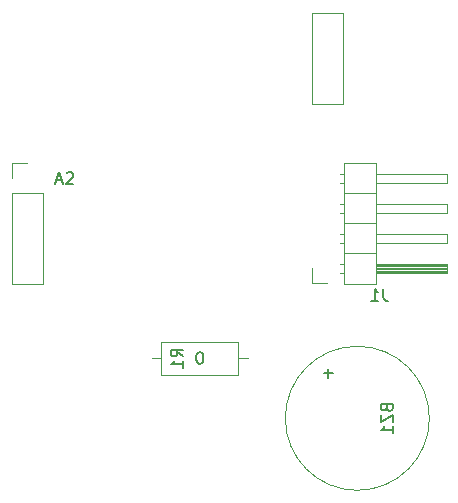
<source format=gbo>
G04 #@! TF.GenerationSoftware,KiCad,Pcbnew,8.0.2*
G04 #@! TF.CreationDate,2024-05-19T16:48:41+02:00*
G04 #@! TF.ProjectId,BulkyModem Module Audio,42756c6b-794d-46f6-9465-6d204d6f6475,rev?*
G04 #@! TF.SameCoordinates,Original*
G04 #@! TF.FileFunction,Legend,Bot*
G04 #@! TF.FilePolarity,Positive*
%FSLAX46Y46*%
G04 Gerber Fmt 4.6, Leading zero omitted, Abs format (unit mm)*
G04 Created by KiCad (PCBNEW 8.0.2) date 2024-05-19 16:48:41*
%MOMM*%
%LPD*%
G01*
G04 APERTURE LIST*
%ADD10C,0.150000*%
%ADD11C,0.120000*%
G04 APERTURE END LIST*
D10*
X137835714Y-93173104D02*
X138311904Y-93173104D01*
X137740476Y-93458819D02*
X138073809Y-92458819D01*
X138073809Y-92458819D02*
X138407142Y-93458819D01*
X138692857Y-92554057D02*
X138740476Y-92506438D01*
X138740476Y-92506438D02*
X138835714Y-92458819D01*
X138835714Y-92458819D02*
X139073809Y-92458819D01*
X139073809Y-92458819D02*
X139169047Y-92506438D01*
X139169047Y-92506438D02*
X139216666Y-92554057D01*
X139216666Y-92554057D02*
X139264285Y-92649295D01*
X139264285Y-92649295D02*
X139264285Y-92744533D01*
X139264285Y-92744533D02*
X139216666Y-92887390D01*
X139216666Y-92887390D02*
X138645238Y-93458819D01*
X138645238Y-93458819D02*
X139264285Y-93458819D01*
X165493333Y-102348819D02*
X165493333Y-103063104D01*
X165493333Y-103063104D02*
X165540952Y-103205961D01*
X165540952Y-103205961D02*
X165636190Y-103301200D01*
X165636190Y-103301200D02*
X165779047Y-103348819D01*
X165779047Y-103348819D02*
X165874285Y-103348819D01*
X164493333Y-103348819D02*
X165064761Y-103348819D01*
X164779047Y-103348819D02*
X164779047Y-102348819D01*
X164779047Y-102348819D02*
X164874285Y-102491676D01*
X164874285Y-102491676D02*
X164969523Y-102586914D01*
X164969523Y-102586914D02*
X165064761Y-102634533D01*
X165786009Y-112433047D02*
X165833628Y-112575904D01*
X165833628Y-112575904D02*
X165881247Y-112623523D01*
X165881247Y-112623523D02*
X165976485Y-112671142D01*
X165976485Y-112671142D02*
X166119342Y-112671142D01*
X166119342Y-112671142D02*
X166214580Y-112623523D01*
X166214580Y-112623523D02*
X166262200Y-112575904D01*
X166262200Y-112575904D02*
X166309819Y-112480666D01*
X166309819Y-112480666D02*
X166309819Y-112099714D01*
X166309819Y-112099714D02*
X165309819Y-112099714D01*
X165309819Y-112099714D02*
X165309819Y-112433047D01*
X165309819Y-112433047D02*
X165357438Y-112528285D01*
X165357438Y-112528285D02*
X165405057Y-112575904D01*
X165405057Y-112575904D02*
X165500295Y-112623523D01*
X165500295Y-112623523D02*
X165595533Y-112623523D01*
X165595533Y-112623523D02*
X165690771Y-112575904D01*
X165690771Y-112575904D02*
X165738390Y-112528285D01*
X165738390Y-112528285D02*
X165786009Y-112433047D01*
X165786009Y-112433047D02*
X165786009Y-112099714D01*
X165309819Y-113004476D02*
X165309819Y-113671142D01*
X165309819Y-113671142D02*
X166309819Y-113004476D01*
X166309819Y-113004476D02*
X166309819Y-113671142D01*
X166309819Y-114575904D02*
X166309819Y-114004476D01*
X166309819Y-114290190D02*
X165309819Y-114290190D01*
X165309819Y-114290190D02*
X165452676Y-114194952D01*
X165452676Y-114194952D02*
X165547914Y-114099714D01*
X165547914Y-114099714D02*
X165595533Y-114004476D01*
X160848866Y-109123048D02*
X160848866Y-109884953D01*
X161229819Y-109504000D02*
X160467914Y-109504000D01*
X148529819Y-108077333D02*
X148053628Y-107744000D01*
X148529819Y-107505905D02*
X147529819Y-107505905D01*
X147529819Y-107505905D02*
X147529819Y-107886857D01*
X147529819Y-107886857D02*
X147577438Y-107982095D01*
X147577438Y-107982095D02*
X147625057Y-108029714D01*
X147625057Y-108029714D02*
X147720295Y-108077333D01*
X147720295Y-108077333D02*
X147863152Y-108077333D01*
X147863152Y-108077333D02*
X147958390Y-108029714D01*
X147958390Y-108029714D02*
X148006009Y-107982095D01*
X148006009Y-107982095D02*
X148053628Y-107886857D01*
X148053628Y-107886857D02*
X148053628Y-107505905D01*
X148529819Y-109029714D02*
X148529819Y-108458286D01*
X148529819Y-108744000D02*
X147529819Y-108744000D01*
X147529819Y-108744000D02*
X147672676Y-108648762D01*
X147672676Y-108648762D02*
X147767914Y-108553524D01*
X147767914Y-108553524D02*
X147815533Y-108458286D01*
X150027618Y-107698819D02*
X149932380Y-107698819D01*
X149932380Y-107698819D02*
X149837142Y-107746438D01*
X149837142Y-107746438D02*
X149789523Y-107794057D01*
X149789523Y-107794057D02*
X149741904Y-107889295D01*
X149741904Y-107889295D02*
X149694285Y-108079771D01*
X149694285Y-108079771D02*
X149694285Y-108317866D01*
X149694285Y-108317866D02*
X149741904Y-108508342D01*
X149741904Y-108508342D02*
X149789523Y-108603580D01*
X149789523Y-108603580D02*
X149837142Y-108651200D01*
X149837142Y-108651200D02*
X149932380Y-108698819D01*
X149932380Y-108698819D02*
X150027618Y-108698819D01*
X150027618Y-108698819D02*
X150122856Y-108651200D01*
X150122856Y-108651200D02*
X150170475Y-108603580D01*
X150170475Y-108603580D02*
X150218094Y-108508342D01*
X150218094Y-108508342D02*
X150265713Y-108317866D01*
X150265713Y-108317866D02*
X150265713Y-108079771D01*
X150265713Y-108079771D02*
X150218094Y-107889295D01*
X150218094Y-107889295D02*
X150170475Y-107794057D01*
X150170475Y-107794057D02*
X150122856Y-107746438D01*
X150122856Y-107746438D02*
X150027618Y-107698819D01*
D11*
X134045000Y-91674000D02*
X135375000Y-91674000D01*
X134045000Y-93004000D02*
X134045000Y-91674000D01*
X134045000Y-94274000D02*
X134045000Y-101954000D01*
X134045000Y-94274000D02*
X136705000Y-94274000D01*
X134045000Y-101954000D02*
X136705000Y-101954000D01*
X136705000Y-94274000D02*
X136705000Y-101954000D01*
X159445000Y-78974000D02*
X159445000Y-86714000D01*
X159445000Y-78974000D02*
X162105000Y-78974000D01*
X159445000Y-86714000D02*
X162105000Y-86714000D01*
X162105000Y-78974000D02*
X162105000Y-86714000D01*
X159505000Y-101894000D02*
X159505000Y-100624000D01*
X160775000Y-101894000D02*
X159505000Y-101894000D01*
X162215000Y-91674000D02*
X162215000Y-101954000D01*
X162215000Y-92624000D02*
X161817929Y-92624000D01*
X162215000Y-93384000D02*
X161817929Y-93384000D01*
X162215000Y-95164000D02*
X161817929Y-95164000D01*
X162215000Y-95924000D02*
X161817929Y-95924000D01*
X162215000Y-97704000D02*
X161817929Y-97704000D01*
X162215000Y-98464000D02*
X161817929Y-98464000D01*
X162215000Y-100244000D02*
X161885000Y-100244000D01*
X162215000Y-101004000D02*
X161885000Y-101004000D01*
X162215000Y-101954000D02*
X164875000Y-101954000D01*
X164875000Y-91674000D02*
X162215000Y-91674000D01*
X164875000Y-92624000D02*
X170875000Y-92624000D01*
X164875000Y-94274000D02*
X162215000Y-94274000D01*
X164875000Y-95164000D02*
X170875000Y-95164000D01*
X164875000Y-96814000D02*
X162215000Y-96814000D01*
X164875000Y-97704000D02*
X170875000Y-97704000D01*
X164875000Y-99354000D02*
X162215000Y-99354000D01*
X164875000Y-100244000D02*
X170875000Y-100244000D01*
X164875000Y-101954000D02*
X164875000Y-91674000D01*
X170875000Y-92624000D02*
X170875000Y-93384000D01*
X170875000Y-93384000D02*
X164875000Y-93384000D01*
X170875000Y-95164000D02*
X170875000Y-95924000D01*
X170875000Y-95924000D02*
X164875000Y-95924000D01*
X170875000Y-97704000D02*
X170875000Y-98464000D01*
X170875000Y-98464000D02*
X164875000Y-98464000D01*
X170875000Y-100244000D02*
X170875000Y-101004000D01*
X170875000Y-100344000D02*
X164875000Y-100344000D01*
X170875000Y-100464000D02*
X164875000Y-100464000D01*
X170875000Y-100584000D02*
X164875000Y-100584000D01*
X170875000Y-100704000D02*
X164875000Y-100704000D01*
X170875000Y-100824000D02*
X164875000Y-100824000D01*
X170875000Y-100944000D02*
X164875000Y-100944000D01*
X170875000Y-101004000D02*
X164875000Y-101004000D01*
X169415000Y-113314000D02*
G75*
G02*
X157215000Y-113314000I-6100000J0D01*
G01*
X157215000Y-113314000D02*
G75*
G02*
X169415000Y-113314000I6100000J0D01*
G01*
X146710000Y-106874000D02*
X146710000Y-109614000D01*
X146710000Y-108244000D02*
X145940000Y-108244000D01*
X146710000Y-109614000D02*
X153250000Y-109614000D01*
X153250000Y-106874000D02*
X146710000Y-106874000D01*
X153250000Y-108244000D02*
X154020000Y-108244000D01*
X153250000Y-109614000D02*
X153250000Y-106874000D01*
M02*

</source>
